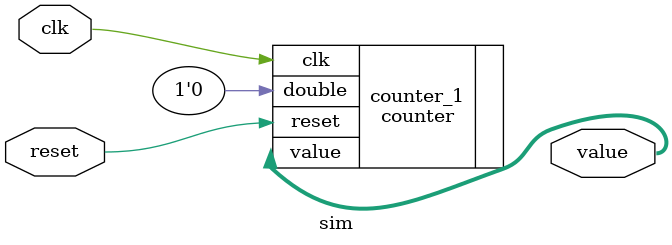
<source format=v>
`include "counter.v"

module sim(input clk,
           input reset,
           output reg [31:0] value);    
    counter counter_1 (.clk (clk),
    .reset (reset),
    .double (1'b0),
    .value (value));
endmodule

</source>
